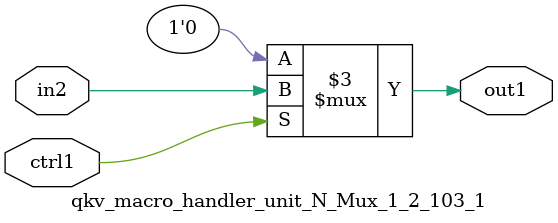
<source format=v>

`timescale 1ps / 1ps


module qkv_macro_handler_unit_N_Mux_1_2_103_1( in2, ctrl1, out1 );

    input in2;
    input ctrl1;
    output out1;
    reg out1;

    
    // rtl_process:qkv_macro_handler_unit_N_Mux_1_2_103_1/qkv_macro_handler_unit_N_Mux_1_2_103_1_thread_1
    always @*
      begin : qkv_macro_handler_unit_N_Mux_1_2_103_1_thread_1
        case (ctrl1) 
          1'b1: 
            begin
              out1 = in2;
            end
          default: 
            begin
              out1 = 1'b0;
            end
        endcase
      end

endmodule


</source>
